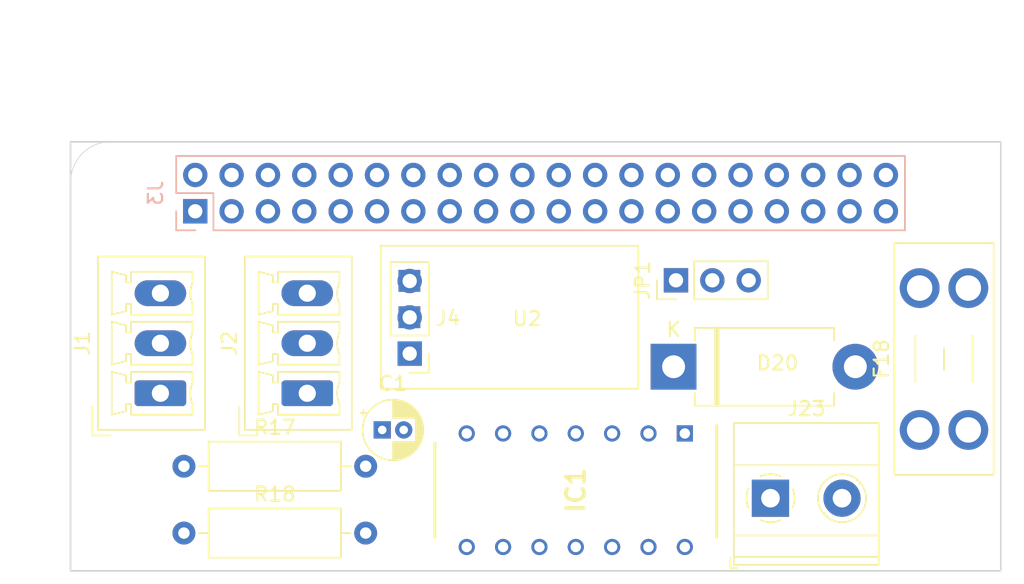
<source format=kicad_pcb>
(kicad_pcb (version 20211014) (generator pcbnew)
  (layers (0 "F.Cu" signal) (31 "B.Cu" signal) (34 "B.Paste" user) (35 "F.Paste" user) (36 "B.SilkS" user "B.Silkscreen") (37 "F.SilkS" user "F.Silkscreen") (38 "B.Mask" user) (39 "F.Mask" user) (44 "Edge.Cuts" user))
  (net 0 "")
  (net 7 "DATA2")
  (net 8 "DATA1")
  (net 17 "GND")
  (net 18 "VIN1")
  (net 20 "+5V")
  (net 23 "+3V3")
  (net 28 "V1")
  (net 30 "Net-(J1-Pad2)")
  (net 31 "Net-(J2-Pad2)")
  (net 36 "Net-(IC1-Pad3)")
  (net 40 "V5")
  (net 42 "Net-(IC1-Pad6)")
  (net 46 "V12")
  (footprint "SamacSys_Parts:DIP794W53P254L1930H508Q14N" (layer "F.Cu") (at 185.9012 45.8216 -90)
    (fp_text reference "IC1" (at 0 0 -90) (layer "F.SilkS") (effects (font (size 1.27 1.27) (thickness 0.254))))
    (fp_text value "SN74HC126N" hide)
    (fp_line (start -3.3 9.845) (end 3.3 9.845) (layer "F.SilkS") (width 0.2))
    (fp_line (start -4.535 -9.845) (end 3.3 -9.845) (layer "F.SilkS") (width 0.2))
    (pad "1" thru_hole rect locked (at -3.97 -7.62 270) (size 1.13 1.13) (drill 0.73) (layers *.Cu *.Mask) (net 17 "GND"))
    (pad "2" thru_hole circle locked (at -3.97 -5.08 270) (size 1.13 1.13) (drill 0.73) (layers *.Cu *.Mask) (net 8 "DATA1"))
    (pad "3" thru_hole circle locked (at -3.97 -2.54 270) (size 1.13 1.13) (drill 0.73) (layers *.Cu *.Mask) (net 36 "Net-(IC1-Pad3)"))
    (pad "4" thru_hole circle locked (at -3.97 0 270) (size 1.13 1.13) (drill 0.73) (layers *.Cu *.Mask) (net 17 "GND"))
    (pad "5" thru_hole circle locked (at -3.97 2.54 270) (size 1.13 1.13) (drill 0.73) (layers *.Cu *.Mask) (net 7 "DATA2"))
    (pad "6" thru_hole circle locked (at -3.97 5.08 270) (size 1.13 1.13) (drill 0.73) (layers *.Cu *.Mask) (net 42 "Net-(IC1-Pad6)"))
    (pad "7" thru_hole circle locked (at -3.97 7.62 270) (size 1.13 1.13) (drill 0.73) (layers *.Cu *.Mask) (net 17 "GND"))
    (pad "8" thru_hole circle locked (at 3.97 7.62 270) (size 1.13 1.13) (drill 0.73) (layers *.Cu *.Mask))
    (pad "9" thru_hole circle locked (at 3.97 5.08 270) (size 1.13 1.13) (drill 0.73) (layers *.Cu *.Mask))
    (pad "10" thru_hole circle locked (at 3.97 2.54 270) (size 1.13 1.13) (drill 0.73) (layers *.Cu *.Mask) (net 17 "GND"))
    (pad "11" thru_hole circle locked (at 3.97 0 270) (size 1.13 1.13) (drill 0.73) (layers *.Cu *.Mask))
    (pad "12" thru_hole circle locked (at 3.97 -2.54 270) (size 1.13 1.13) (drill 0.73) (layers *.Cu *.Mask))
    (pad "13" thru_hole circle locked (at 3.97 -5.08 270) (size 1.13 1.13) (drill 0.73) (layers *.Cu *.Mask) (net 17 "GND"))
    (pad "14" thru_hole circle locked (at 3.97 -7.62 270) (size 1.13 1.13) (drill 0.73) (layers *.Cu *.Mask) (net 20 "+5V"))
  )
  (footprint "Diode_THT:D_DO-201AD_P12.70mm_Horizontal" (layer "F.Cu") (at 192.7352 37.1856)
    (fp_text reference "D20" (at 7.2644 -0.254) (layer "F.SilkS"))
    (fp_text value "SB5100")
    (fp_text user "K" (at 0 -2.6) (layer "F.SilkS"))
    (fp_line (start 1.48 -2.72) (end 11.22 -2.72) (layer "F.SilkS") (width 0.12))
    (fp_line (start 1.48 2.72) (end 11.22 2.72) (layer "F.SilkS") (width 0.12))
    (fp_line (start 11.22 -2.72) (end 11.22 -1.84) (layer "F.SilkS") (width 0.12))
    (fp_line (start 3.145 -2.72) (end 3.145 2.72) (layer "F.SilkS") (width 0.12))
    (fp_line (start 11.22 2.72) (end 11.22 1.84) (layer "F.SilkS") (width 0.12))
    (fp_line (start 1.48 1.84) (end 1.48 2.72) (layer "F.SilkS") (width 0.12))
    (fp_line (start 3.025 -2.72) (end 3.025 2.72) (layer "F.SilkS") (width 0.12))
    (fp_line (start 1.48 -1.84) (end 1.48 -2.72) (layer "F.SilkS") (width 0.12))
    (fp_line (start 2.905 -2.72) (end 2.905 2.72) (layer "F.SilkS") (width 0.12))
    (pad "1" thru_hole rect locked (at 0 0) (size 3.2 3.2) (drill 1.6) (layers *.Cu *.Mask) (net 18 "VIN1"))
    (pad "2" thru_hole oval locked (at 12.7 0) (size 3.2 3.2) (drill 1.6) (layers *.Cu *.Mask) (net 17 "GND"))
  )
  (footprint "Connector_Phoenix_MC:PhoenixContact_MCV_1,5_3-G-3.5_1x03_P3.50mm_Vertical" (layer "F.Cu") (at 156.8765 39.0425 90)
    (fp_text reference "J1" (at 3.5 -5.45 90) (layer "F.SilkS"))
    (fp_text value "G D V")
    (fp_line (start 4.25 -2.4) (end 4.25 -2.05) (layer "F.SilkS") (width 0.12))
    (fp_line (start -2.95 -4.75) (end -0.95 -4.75) (layer "F.SilkS") (width 0.12))
    (fp_line (start 8.5 -2.05) (end 8.5 2.25) (layer "F.SilkS") (width 0.12))
    (fp_line (start 5.5 2.25) (end 5.5 -2.05) (layer "F.SilkS") (width 0.12))
    (fp_line (start 4.75 -2.4) (end 4.25 -2.4) (layer "F.SilkS") (width 0.12))
    (fp_line (start -1.5 -2.05) (end -0.75 -2.05) (layer "F.SilkS") (width 0.12))
    (fp_line (start 6.25 -2.4) (end 5.75 -2.4) (layer "F.SilkS") (width 0.12))
    (fp_line (start 1.5 2.25) (end 0.75 2.25) (layer "F.SilkS") (width 0.12))
    (fp_line (start -1.5 -3.4) (end 1.5 -3.4) (layer "F.SilkS") (width 0.12))
    (fp_line (start 5 -2.05) (end 5 2.25) (layer "F.SilkS") (width 0.12))
    (fp_line (start -1.25 -2.4) (end -1.5 -3.4) (layer "F.SilkS") (width 0.12))
    (fp_line (start -2.56 -4.36) (end -2.56 3.11) (layer "F.SilkS") (width 0.12))
    (fp_line (start -1.5 2.25) (end -1.5 -2.05) (layer "F.SilkS") (width 0.12))
    (fp_line (start 9.56 3.11) (end 9.56 -4.36) (layer "F.SilkS") (width 0.12))
    (fp_line (start -0.75 2.25) (end -1.5 2.25) (layer "F.SilkS") (width 0.12))
    (fp_line (start 8.5 -3.4) (end 8.25 -2.4) (layer "F.SilkS") (width 0.12))
    (fp_line (start 2 -2.05) (end 2.75 -2.05) (layer "F.SilkS") (width 0.12))
    (fp_line (start 8.25 -2.4) (end 7.75 -2.4) (layer "F.SilkS") (width 0.12))
    (fp_line (start 1.25 -2.4) (end 0.75 -2.4) (layer "F.SilkS") (width 0.12))
    (fp_line (start 5.75 -2.4) (end 5.5 -3.4) (layer "F.SilkS") (width 0.12))
    (fp_line (start 2.75 -2.4) (end 2.25 -2.4) (layer "F.SilkS") (width 0.12))
    (fp_line (start 6.25 2.25) (end 5.5 2.25) (layer "F.SilkS") (width 0.12))
    (fp_line (start 5.5 -2.05) (end 6.25 -2.05) (layer "F.SilkS") (width 0.12))
    (fp_line (start 2 2.25) (end 2 -2.05) (layer "F.SilkS") (width 0.12))
    (fp_line (start 2.75 2.25) (end 2 2.25) (layer "F.SilkS") (width 0.12))
    (fp_line (start 1.5 -2.05) (end 1.5 2.25) (layer "F.SilkS") (width 0.12))
    (fp_line (start 5 2.25) (end 4.25 2.25) (layer "F.SilkS") (width 0.12))
    (fp_line (start -2.56 3.11) (end 9.56 3.11) (layer "F.SilkS") (width 0.12))
    (fp_line (start 8.5 2.25) (end 7.75 2.25) (layer "F.SilkS") (width 0.12))
    (fp_line (start 2.75 -2.05) (end 2.75 -2.4) (layer "F.SilkS") (width 0.12))
    (fp_line (start -0.75 -2.4) (end -1.25 -2.4) (layer "F.SilkS") (width 0.12))
    (fp_line (start 6.25 -2.05) (end 6.25 -2.4) (layer "F.SilkS") (width 0.12))
    (fp_line (start 2 -3.4) (end 5 -3.4) (layer "F.SilkS") (width 0.12))
    (fp_line (start -0.75 -2.05) (end -0.75 -2.4) (layer "F.SilkS") (width 0.12))
    (fp_line (start 5.5 -3.4) (end 8.5 -3.4) (layer "F.SilkS") (width 0.12))
    (fp_line (start 4.25 -2.05) (end 5 -2.05) (layer "F.SilkS") (width 0.12))
    (fp_line (start 7.75 -2.4) (end 7.75 -2.05) (layer "F.SilkS") (width 0.12))
    (fp_line (start -2.95 -3.5) (end -2.95 -4.75) (layer "F.SilkS") (width 0.12))
    (fp_line (start 7.75 -2.05) (end 8.5 -2.05) (layer "F.SilkS") (width 0.12))
    (fp_line (start 5 -3.4) (end 4.75 -2.4) (layer "F.SilkS") (width 0.12))
    (fp_line (start 2.25 -2.4) (end 2 -3.4) (layer "F.SilkS") (width 0.12))
    (fp_line (start 9.56 -4.36) (end -2.56 -4.36) (layer "F.SilkS") (width 0.12))
    (fp_line (start 1.5 -3.4) (end 1.25 -2.4) (layer "F.SilkS") (width 0.12))
    (fp_line (start 0.75 -2.05) (end 1.5 -2.05) (layer "F.SilkS") (width 0.12))
    (fp_line (start 0.75 -2.4) (end 0.75 -2.05) (layer "F.SilkS") (width 0.12))
    (fp_arc (start -0.75 2.25) (mid -0.000193 2.09191) (end 0.749647 2.249844) (layer "F.SilkS") (width 0.12))
    (fp_arc (start 2.75 2.25) (mid 3.499807 2.09191) (end 4.249647 2.249844) (layer "F.SilkS") (width 0.12))
    (fp_arc (start 6.25 2.25) (mid 6.999807 2.09191) (end 7.749647 2.249844) (layer "F.SilkS") (width 0.12))
    (pad "1" thru_hole roundrect (at 0 0 90) (size 1.8 3.6) (drill 1.2) (layers *.Cu *.Mask) (roundrect_rratio 0.1388888889) (net 17 "GND"))
    (pad "2" thru_hole oval (at 3.5 0 90) (size 1.8 3.6) (drill 1.2) (layers *.Cu *.Mask) (net 30 "Net-(J1-Pad2)"))
    (pad "3" thru_hole oval (at 7 0 90) (size 1.8 3.6) (drill 1.2) (layers *.Cu *.Mask) (net 18 "VIN1"))
  )
  (footprint "TerminalBlock_Phoenix:TerminalBlock_Phoenix_MKDS-1,5-2_1x02_P5.00mm_Horizontal" (layer "F.Cu") (at 199.5048 46.3806)
    (fp_text reference "J23" (at 2.5 -6.26) (layer "F.SilkS"))
    (fp_text value "DC In")
    (fp_line (start -2.56 -2.301) (end 7.56 -2.301) (layer "F.SilkS") (width 0.12))
    (fp_line (start -2.8 4.16) (end -2.8 4.9) (layer "F.SilkS") (width 0.12))
    (fp_line (start -2.56 2.6) (end 7.56 2.6) (layer "F.SilkS") (width 0.12))
    (fp_line (start -2.56 -5.261) (end -2.56 4.66) (layer "F.SilkS") (width 0.12))
    (fp_line (start -2.56 -5.261) (end 7.56 -5.261) (layer "F.SilkS") (width 0.12))
    (fp_line (start 3.966 1.239) (end 3.931 1.274) (layer "F.SilkS") (width 0.12))
    (fp_line (start 3.773 1.023) (end 3.726 1.069) (layer "F.SilkS") (width 0.12))
    (fp_line (start -2.56 4.1) (end 7.56 4.1) (layer "F.SilkS") (width 0.12))
    (fp_line (start 6.275 -1.069) (end 6.228 -1.023) (layer "F.SilkS") (width 0.12))
    (fp_line (start -2.56 4.66) (end 7.56 4.66) (layer "F.SilkS") (width 0.12))
    (fp_line (start 6.07 -1.275) (end 6.035 -1.239) (layer "F.SilkS") (width 0.12))
    (fp_line (start 7.56 -5.261) (end 7.56 4.66) (layer "F.SilkS") (width 0.12))
    (fp_line (start -2.8 4.9) (end -2.3 4.9) (layer "F.SilkS") (width 0.12))
    (fp_arc (start 0.028805 1.680253) (mid -0.335551 1.646659) (end -0.684 1.535) (layer "F.SilkS") (width 0.12))
    (fp_arc (start -1.535427 0.683042) (mid -1.680501 -0.000524) (end -1.535 -0.684) (layer "F.SilkS") (width 0.12))
    (fp_arc (start 0.683318 1.534756) (mid 0.349292 1.643288) (end 0 1.68) (layer "F.SilkS") (width 0.12))
    (fp_arc (start -0.683042 -1.535427) (mid 0.000524 -1.680501) (end 0.684 -1.535) (layer "F.SilkS") (width 0.12))
    (fp_arc (start 1.535427 -0.683042) (mid 1.680501 0.000524) (end 1.535 0.684) (layer "F.SilkS") (width 0.12))
    (fp_circle (center 5 0) (end 6.68 0) (layer "F.SilkS") (width 0.12) (fill none))
    (pad "1" thru_hole rect (at 0 0) (size 2.6 2.6) (drill 1.3) (layers *.Cu *.Mask) (net 17 "GND"))
    (pad "2" thru_hole circle (at 5 0) (size 2.6 2.6) (drill 1.3) (layers *.Cu *.Mask) (net 28 "V1"))
  )
  (footprint "Connector_Phoenix_MC:PhoenixContact_MCV_1,5_3-G-3.5_1x03_P3.50mm_Vertical" (layer "F.Cu") (at 167.1381 39.0425 90)
    (fp_text reference "J2" (at 3.5 -5.45 90) (layer "F.SilkS"))
    (fp_text value "G D V")
    (fp_line (start 5.5 -3.4) (end 8.5 -3.4) (layer "F.SilkS") (width 0.12))
    (fp_line (start 0.75 -2.4) (end 0.75 -2.05) (layer "F.SilkS") (width 0.12))
    (fp_line (start 2.75 2.25) (end 2 2.25) (layer "F.SilkS") (width 0.12))
    (fp_line (start 8.5 -2.05) (end 8.5 2.25) (layer "F.SilkS") (width 0.12))
    (fp_line (start 1.5 2.25) (end 0.75 2.25) (layer "F.SilkS") (width 0.12))
    (fp_line (start 4.75 -2.4) (end 4.25 -2.4) (layer "F.SilkS") (width 0.12))
    (fp_line (start -1.5 2.25) (end -1.5 -2.05) (layer "F.SilkS") (width 0.12))
    (fp_line (start 2 -3.4) (end 5 -3.4) (layer "F.SilkS") (width 0.12))
    (fp_line (start 6.25 -2.4) (end 5.75 -2.4) (layer "F.SilkS") (width 0.12))
    (fp_line (start 1.25 -2.4) (end 0.75 -2.4) (layer "F.SilkS") (width 0.12))
    (fp_line (start -2.95 -3.5) (end -2.95 -4.75) (layer "F.SilkS") (width 0.12))
    (fp_line (start 2.75 -2.4) (end 2.25 -2.4) (layer "F.SilkS") (width 0.12))
    (fp_line (start 5.5 -2.05) (end 6.25 -2.05) (layer "F.SilkS") (width 0.12))
    (fp_line (start 5.5 2.25) (end 5.5 -2.05) (layer "F.SilkS") (width 0.12))
    (fp_line (start 8.5 -3.4) (end 8.25 -2.4) (layer "F.SilkS") (width 0.12))
    (fp_line (start 5 2.25) (end 4.25 2.25) (layer "F.SilkS") (width 0.12))
    (fp_line (start 2 -2.05) (end 2.75 -2.05) (layer "F.SilkS") (width 0.12))
    (fp_line (start -2.56 3.11) (end 9.56 3.11) (layer "F.SilkS") (width 0.12))
    (fp_line (start 2.75 -2.05) (end 2.75 -2.4) (layer "F.SilkS") (width 0.12))
    (fp_line (start -2.56 -4.36) (end -2.56 3.11) (layer "F.SilkS") (width 0.12))
    (fp_line (start 0.75 -2.05) (end 1.5 -2.05) (layer "F.SilkS") (width 0.12))
    (fp_line (start 5 -3.4) (end 4.75 -2.4) (layer "F.SilkS") (width 0.12))
    (fp_line (start 8.25 -2.4) (end 7.75 -2.4) (layer "F.SilkS") (width 0.12))
    (fp_line (start 4.25 -2.05) (end 5 -2.05) (layer "F.SilkS") (width 0.12))
    (fp_line (start -2.95 -4.75) (end -0.95 -4.75) (layer "F.SilkS") (width 0.12))
    (fp_line (start 1.5 -2.05) (end 1.5 2.25) (layer "F.SilkS") (width 0.12))
    (fp_line (start 5.75 -2.4) (end 5.5 -3.4) (layer "F.SilkS") (width 0.12))
    (fp_line (start -0.75 -2.05) (end -0.75 -2.4) (layer "F.SilkS") (width 0.12))
    (fp_line (start 9.56 -4.36) (end -2.56 -4.36) (layer "F.SilkS") (width 0.12))
    (fp_line (start -0.75 2.25) (end -1.5 2.25) (layer "F.SilkS") (width 0.12))
    (fp_line (start -0.75 -2.4) (end -1.25 -2.4) (layer "F.SilkS") (width 0.12))
    (fp_line (start 8.5 2.25) (end 7.75 2.25) (layer "F.SilkS") (width 0.12))
    (fp_line (start 6.25 -2.05) (end 6.25 -2.4) (layer "F.SilkS") (width 0.12))
    (fp_line (start 1.5 -3.4) (end 1.25 -2.4) (layer "F.SilkS") (width 0.12))
    (fp_line (start 5 -2.05) (end 5 2.25) (layer "F.SilkS") (width 0.12))
    (fp_line (start 9.56 3.11) (end 9.56 -4.36) (layer "F.SilkS") (width 0.12))
    (fp_line (start 6.25 2.25) (end 5.5 2.25) (layer "F.SilkS") (width 0.12))
    (fp_line (start 2 2.25) (end 2 -2.05) (layer "F.SilkS") (width 0.12))
    (fp_line (start -1.5 -2.05) (end -0.75 -2.05) (layer "F.SilkS") (width 0.12))
    (fp_line (start 2.25 -2.4) (end 2 -3.4) (layer "F.SilkS") (width 0.12))
    (fp_line (start 4.25 -2.4) (end 4.25 -2.05) (layer "F.SilkS") (width 0.12))
    (fp_line (start -1.5 -3.4) (end 1.5 -3.4) (layer "F.SilkS") (width 0.12))
    (fp_line (start 7.75 -2.4) (end 7.75 -2.05) (layer "F.SilkS") (width 0.12))
    (fp_line (start -1.25 -2.4) (end -1.5 -3.4) (layer "F.SilkS") (width 0.12))
    (fp_line (start 7.75 -2.05) (end 8.5 -2.05) (layer "F.SilkS") (width 0.12))
    (fp_arc (start 6.25 2.25) (mid 6.999807 2.09191) (end 7.749647 2.249844) (layer "F.SilkS") (width 0.12))
    (fp_arc (start -0.75 2.25) (mid -0.000193 2.09191) (end 0.749647 2.249844) (layer "F.SilkS") (width 0.12))
    (fp_arc (start 2.75 2.25) (mid 3.499807 2.09191) (end 4.249647 2.249844) (layer "F.SilkS") (width 0.12))
    (pad "1" thru_hole roundrect (at 0 0 90) (size 1.8 3.6) (drill 1.2) (layers *.Cu *.Mask) (roundrect_rratio 0.1388888889) (net 17 "GND"))
    (pad "2" thru_hole oval (at 3.5 0 90) (size 1.8 3.6) (drill 1.2) (layers *.Cu *.Mask) (net 31 "Net-(J2-Pad2)"))
    (pad "3" thru_hole oval (at 7 0 90) (size 1.8 3.6) (drill 1.2) (layers *.Cu *.Mask) (net 18 "VIN1"))
  )
  (footprint "Connector_PinHeader_2.54mm:PinHeader_1x03_P2.54mm_Vertical" (layer "F.Cu") (at 192.9026 31.1404 90)
    (fp_text reference "JP1" (at 0 -2.33 90) (layer "F.SilkS"))
    (fp_text value "5V / 12V")
    (fp_line (start -1.33 -1.33) (end 0 -1.33) (layer "F.SilkS") (width 0.12))
    (fp_line (start -1.33 1.27) (end -1.33 6.41) (layer "F.SilkS") (width 0.12))
    (fp_line (start 1.33 1.27) (end 1.33 6.41) (layer "F.SilkS") (width 0.12))
    (fp_line (start -1.33 1.27) (end 1.33 1.27) (layer "F.SilkS") (width 0.12))
    (fp_line (start -1.33 0) (end -1.33 -1.33) (layer "F.SilkS") (width 0.12))
    (fp_line (start -1.33 6.41) (end 1.33 6.41) (layer "F.SilkS") (width 0.12))
    (pad "1" thru_hole rect (at 0 0 90) (size 1.7 1.7) (drill 1) (layers *.Cu *.Mask) (net 40 "V5"))
    (pad "2" thru_hole oval (at 0 2.54 90) (size 1.7 1.7) (drill 1) (layers *.Cu *.Mask) (net 18 "VIN1"))
    (pad "3" thru_hole oval (at 0 5.08 90) (size 1.7 1.7) (drill 1) (layers *.Cu *.Mask) (net 46 "V12"))
  )
  (footprint "MountingHole:MountingHole_2.5mm" (layer "F.Cu") (at 212.0952 47.9604)
    (fp_text reference "H4" hide)
    (fp_text value "MountingHole")
    (pad "" np_thru_hole circle (at 0 0) (size 2.5 2.5) (drill 2.5) (layers *.Cu *.Mask))
  )
  (footprint "MountingHole:MountingHole_2.5mm" (layer "F.Cu") (at 212.0952 24.9604)
    (fp_text reference "H2" hide)
    (fp_text value "MountingHole")
    (pad "" np_thru_hole circle (at 0 0) (size 2.5 2.5) (drill 2.5) (layers *.Cu *.Mask))
  )
  (footprint "MountingHole:MountingHole_2.5mm" (layer "F.Cu") (at 154.0952 24.9604)
    (fp_text reference "H1" hide)
    (fp_text value "MountingHole")
    (pad "" np_thru_hole circle (at 0 0) (size 2.5 2.5) (drill 2.5) (layers *.Cu *.Mask))
  )
  (footprint "Resistor_THT:R_Axial_DIN0309_L9.0mm_D3.2mm_P12.70mm_Horizontal" (layer "F.Cu") (at 158.52 48.8188)
    (fp_text reference "R18" (at 6.35 -2.72) (layer "F.SilkS"))
    (fp_text value "33")
    (fp_line (start 1.73 -1.72) (end 1.73 1.72) (layer "F.SilkS") (width 0.12))
    (fp_line (start 1.73 1.72) (end 10.97 1.72) (layer "F.SilkS") (width 0.12))
    (fp_line (start 10.97 1.72) (end 10.97 -1.72) (layer "F.SilkS") (width 0.12))
    (fp_line (start 11.66 0) (end 10.97 0) (layer "F.SilkS") (width 0.12))
    (fp_line (start 10.97 -1.72) (end 1.73 -1.72) (layer "F.SilkS") (width 0.12))
    (fp_line (start 1.04 0) (end 1.73 0) (layer "F.SilkS") (width 0.12))
    (pad "1" thru_hole circle (at 0 0) (size 1.6 1.6) (drill 0.8) (layers *.Cu *.Mask) (net 30 "Net-(J1-Pad2)"))
    (pad "2" thru_hole oval (at 12.7 0) (size 1.6 1.6) (drill 0.8) (layers *.Cu *.Mask) (net 36 "Net-(IC1-Pad3)"))
  )
  (footprint "Fuse:Fuseholder_Blade_Mini_Keystone_3568" (layer "F.Cu") (at 209.9296 41.6052 90)
    (fp_text reference "F18" (at 4.96 -2.67 90) (layer "F.SilkS"))
    (fp_text value "30A Max")
    (fp_line (start 13.06 5.17) (end 13.06 -1.77) (layer "F.SilkS") (width 0.12))
    (fp_line (start -3.14 -1.77) (end -3.14 5.17) (layer "F.SilkS") (width 0.12))
    (fp_line (start 13.06 -1.77) (end -3.14 -1.77) (layer "F.SilkS") (width 0.12))
    (fp_line (start 4.21 1.7) (end 5.71 1.7) (layer "F.SilkS") (width 0.12))
    (fp_line (start 6.56 3.7) (end 3.36 3.7) (layer "F.SilkS") (width 0.12))
    (fp_line (start 3.36 -0.3) (end 6.56 -0.3) (layer "F.SilkS") (width 0.12))
    (fp_line (start -3.14 5.17) (end 13.06 5.17) (layer "F.SilkS") (width 0.12))
    (pad "1" thru_hole circle (at 0 3.4 90) (size 2.78 2.78) (drill 1.78) (layers *.Cu *.Mask) (net 28 "V1"))
    (pad "1" thru_hole circle (at 0 0 90) (size 2.78 2.78) (drill 1.78) (layers *.Cu *.Mask) (net 28 "V1"))
    (pad "2" thru_hole circle (at 9.92 0 90) (size 2.78 2.78) (drill 1.78) (layers *.Cu *.Mask) (net 18 "VIN1"))
    (pad "2" thru_hole circle (at 9.92 3.4 90) (size 2.78 2.78) (drill 1.78) (layers *.Cu *.Mask) (net 18 "VIN1"))
  )
  (footprint "Stuart_BESPOKE:DC DC BUCK MODULE" (layer "F.Cu") (at 172.2718 28.7246)
    (fp_text reference "U2" (at 10.2296 5.1016 unlocked) (layer "F.SilkS"))
    (fp_text value "DC DC_BUCK Module")
    (fp_rect (start 0 0) (end 18 10) (layer "F.SilkS") (width 0.12) (fill none))
    (pad "1" thru_hole rect (at 2 2.46) (size 1.524 1.524) (drill 0.762) (layers *.Cu *.Mask))
    (pad "2" thru_hole rect (at 2 5) (size 1.524 1.524) (drill 0.762) (layers *.Cu *.Mask))
    (pad "3" thru_hole rect (at 2 7.54) (size 1.524 1.524) (drill 0.762) (layers *.Cu *.Mask))
  )
  (footprint "Capacitor_THT:CP_Radial_D4.0mm_P1.50mm" (layer "F.Cu") (at 172.377001 41.6052)
    (fp_text reference "C1" (at 0.75 -3.25) (layer "F.SilkS"))
    (fp_text value "0.1uF")
    (fp_line (start 1.03 -2.062) (end 1.03 -0.84) (layer "F.SilkS") (width 0.12))
    (fp_line (start 1.471 -1.954) (end 1.471 -0.84) (layer "F.SilkS") (width 0.12))
    (fp_line (start 0.83 -2.079) (end 0.83 -0.84) (layer "F.SilkS") (width 0.12))
    (fp_line (start 1.35 -1.994) (end 1.35 -0.84) (layer "F.SilkS") (width 0.12))
    (fp_line (start 0.87 0.84) (end 0.87 2.077) (layer "F.SilkS") (width 0.12))
    (fp_line (start 0.87 -2.077) (end 0.87 -0.84) (layer "F.SilkS") (width 0.12))
    (fp_line (start 2.271 -1.438) (end 2.271 -0.84) (layer "F.SilkS") (width 0.12))
    (fp_line (start 2.031 0.84) (end 2.031 1.65) (layer "F.SilkS") (width 0.12))
    (fp_line (start 2.591 -1.013) (end 2.591 1.013) (layer "F.SilkS") (width 0.12))
    (fp_line (start 2.791 -0.537) (end 2.791 0.537) (layer "F.SilkS") (width 0.12))
    (fp_line (start 1.31 0.84) (end 1.31 2.005) (layer "F.SilkS") (width 0.12))
    (fp_line (start 1.07 0.84) (end 1.07 2.056) (layer "F.SilkS") (width 0.12))
    (fp_line (start 1.07 -2.056) (end 1.07 -0.84) (layer "F.SilkS") (width 0.12))
    (fp_line (start 1.27 0.84) (end 1.27 2.016) (layer "F.SilkS") (width 0.12))
    (fp_line (start 0.75 -2.08) (end 0.75 -0.84) (layer "F.SilkS") (width 0.12))
    (fp_line (start 1.631 0.84) (end 1.631 1.889) (layer "F.SilkS") (width 0.12))
    (fp_line (start 1.511 0.84) (end 1.511 1.94) (layer "F.SilkS") (width 0.12))
    (fp_line (start 2.711 -0.768) (end 2.711 0.768) (layer "F.SilkS") (width 0.12))
    (fp_line (start 0.99 -2.067) (end 0.99 -0.84) (layer "F.SilkS") (width 0.12))
    (fp_line (start 2.391 -1.304) (end 2.391 1.304) (layer "F.SilkS") (width 0.12))
    (fp_line (start 1.19 -2.034) (end 1.19 -0.84) (layer "F.SilkS") (width 0.12))
    (fp_line (start 1.951 0.84) (end 1.951 1.708) (layer "F.SilkS") (width 0.12))
    (fp_line (start 2.551 -1.08) (end 2.551 1.08) (layer "F.SilkS") (width 0.12))
    (fp_line (start 1.711 -1.851) (end 1.711 -0.84) (layer "F.SilkS") (width 0.12))
    (fp_line (start 1.871 -1.76) (end 1.871 -0.84) (layer "F.SilkS") (width 0.12))
    (fp_line (start 1.831 0.84) (end 1.831 1.785) (layer "F.SilkS") (width 0.12))
    (fp_line (start 2.231 0.84) (end 2.231 1.478) (layer "F.SilkS") (width 0.12))
    (fp_line (start 1.591 -1.907) (end 1.591 -0.84) (layer "F.SilkS") (width 0.12))
    (fp_line (start 1.911 0.84) (end 1.911 1.735) (layer "F.SilkS") (width 0.12))
    (fp_line (start 1.511 -1.94) (end 1.511 -0.84) (layer "F.SilkS") (width 0.12))
    (fp_line (start 0.79 0.84) (end 0.79 2.08) (layer "F.SilkS") (width 0.12))
    (fp_line (start 2.111 -1.587) (end 2.111 -0.84) (layer "F.SilkS") (width 0.12))
    (fp_line (start 0.91 -2.074) (end 0.91 -0.84) (layer "F.SilkS") (width 0.12))
    (fp_line (start 2.151 -1.552) (end 2.151 -0.84) (layer "F.SilkS") (width 0.12))
    (fp_line (start 1.15 0.84) (end 1.15 2.042) (layer "F.SilkS") (width 0.12))
    (fp_line (start 1.35 0.84) (end 1.35 1.994) (layer "F.SilkS") (width 0.12))
    (fp_line (start 0.83 0.84) (end 0.83 2.079) (layer "F.SilkS") (width 0.12))
    (fp_line (start 2.191 -1.516) (end 2.191 -0.84) (layer "F.SilkS") (width 0.12))
    (fp_line (start 1.951 -1.708) (end 1.951 -0.84) (layer "F.SilkS") (width 0.12))
    (fp_line (start 1.991 0.84) (end 1.991 1.68) (layer "F.SilkS") (width 0.12))
    (fp_line (start 0.91 0.84) (end 0.91 2.074) (layer "F.SilkS") (width 0.12))
    (fp_line (start 1.831 -1.785) (end 1.831 -0.84) (layer "F.SilkS") (width 0.12))
    (fp_line (start 1.03 0.84) (end 1.03 2.062) (layer "F.SilkS") (width 0.12))
    (fp_line (start 2.311 -1.396) (end 2.311 -0.84) (layer "F.SilkS") (width 0.12))
    (fp_line (start 1.23 -2.025) (end 1.23 -0.84) (layer "F.SilkS") (width 0.12))
    (fp_line (start 1.551 -1.924) (end 1.551 -0.84) (layer "F.SilkS") (width 0.12))
    (fp_line (start 1.43 0.84) (end 1.43 1.968) (layer "F.SilkS") (width 0.12))
    (fp_line (start 1.43 -1.968) (end 1.43 -0.84) (layer "F.SilkS") (width 0.12))
    (fp_line (start 2.271 0.84) (end 2.271 1.438) (layer "F.SilkS") (width 0.12))
    (fp_line (start 1.11 -2.05) (end 1.11 -0.84) (layer "F.SilkS") (width 0.12))
    (fp_line (start 1.871 0.84) (end 1.871 1.76) (layer "F.SilkS") (width 0.12))
    (fp_line (start 1.23 0.84) (end 1.23 2.025) (layer "F.SilkS") (width 0.12))
    (fp_line (start 0.95 -2.071) (end 0.95 -0.84) (layer "F.SilkS") (width 0.12))
    (fp_line (start 2.071 0.84) (end 2.071 1.619) (layer "F.SilkS") (width 0.12))
    (fp_line (start 1.15 -2.042) (end 1.15 -0.84) (layer "F.SilkS") (width 0.12))
    (fp_line (start 1.39 0.84) (end 1.39 1.982) (layer "F.SilkS") (width 0.12))
    (fp_line (start 2.071 -1.619) (end 2.071 -0.84) (layer "F.SilkS") (width 0.12))
    (fp_line (start 2.471 -1.2) (end 2.471 1.2) (layer "F.SilkS") (width 0.12))
    (fp_line (start 1.39 -1.982) (end 1.39 -0.84) (layer "F.SilkS") (width 0.12))
    (fp_line (start 1.631 -1.889) (end 1.631 -0.84) (layer "F.SilkS") (width 0.12))
    (fp_line (start -1.519801 -1.195) (end -1.119801 -1.195) (layer "F.SilkS") (width 0.12))
    (fp_line (start 1.991 -1.68) (end 1.991 -0.84) (layer "F.SilkS") (width 0.12))
    (fp_line (start 2.431 -1.254) (end 2.431 1.254) (layer "F.SilkS") (width 0.12))
    (fp_line (start 2.831 -0.37) (end 2.831 0.37) (layer "F.SilkS") (width 0.12))
    (fp_line (start 1.671 0.84) (end 1.671 1.87) (layer "F.SilkS") (width 0.12))
    (fp_line (start 1.471 0.84) (end 1.471 1.954) (layer "F.SilkS") (width 0.12))
    (fp_line (start 2.231 -1.478) (end 2.231 -0.84) (layer "F.SilkS") (width 0.12))
    (fp_line (start 1.751 0.84) (end 1.751 1.83) (layer "F.SilkS") (width 0.12))
    (fp_line (start 1.911 -1.735) (end 1.911 -0.84) (layer "F.SilkS") (width 0.12))
    (fp_line (start 0.99 0.84) (end 0.99 2.067) (layer "F.SilkS") (width 0.12))
    (fp_line (start 1.791 -1.808) (end 1.791 -0.84) (layer "F.SilkS") (width 0.12))
    (fp_line (start 2.151 0.84) (end 2.151 1.552) (layer "F.SilkS") (width 0.12))
    (fp_line (start 2.031 -1.65) (end 2.031 -0.84) (layer "F.SilkS") (width 0.12))
    (fp_line (start -1.319801 -1.395) (end -1.319801 -0.995) (layer "F.SilkS") (width 0.12))
    (fp_line (start 2.311 0.84) (end 2.311 1.396) (layer "F.SilkS") (width 0.12))
    (fp_line (start 1.671 -1.87) (end 1.671 -0.84) (layer "F.SilkS") (width 0.12))
    (fp_line (start 1.711 0.84) (end 1.711 1.851) (layer "F.SilkS") (width 0.12))
    (fp_line (start 1.27 -2.016) (end 1.27 -0.84) (layer "F.SilkS") (width 0.12))
    (fp_line (start 1.791 0.84) (end 1.791 1.808) (layer "F.SilkS") (width 0.12))
    (fp_line (start 2.111 0.84) (end 2.111 1.587) (layer "F.SilkS") (width 0.12))
    (fp_line (start 1.591 0.84) (end 1.591 1.907) (layer "F.SilkS") (width 0.12))
    (fp_line (start 0.79 -2.08) (end 0.79 -0.84) (layer "F.SilkS") (width 0.12))
    (fp_line (start 1.31 -2.005) (end 1.31 -0.84) (layer "F.SilkS") (width 0.12))
    (fp_line (start 0.95 0.84) (end 0.95 2.071) (layer "F.SilkS") (width 0.12))
    (fp_line (start 1.751 -1.83) (end 1.751 -0.84) (layer "F.SilkS") (width 0.12))
    (fp_line (start 2.351 -1.351) (end 2.351 1.351) (layer "F.SilkS") (width 0.12))
    (fp_line (start 2.511 -1.142) (end 2.511 1.142) (layer "F.SilkS") (width 0.12))
    (fp_line (start 2.631 -0.94) (end 2.631 0.94) (layer "F.SilkS") (width 0.12))
    (fp_line (start 1.19 0.84) (end 1.19 2.034) (layer "F.SilkS") (width 0.12))
    (fp_line (start 2.671 -0.859) (end 2.671 0.859) (layer "F.SilkS") (width 0.12))
    (fp_line (start 1.551 0.84) (end 1.551 1.924) (layer "F.SilkS") (width 0.12))
    (fp_line (start 2.751 -0.664) (end 2.751 0.664) (layer "F.SilkS") (width 0.12))
    (fp_line (start 0.75 0.84) (end 0.75 2.08) (layer "F.SilkS") (width 0.12))
    (fp_line (start 1.11 0.84) (end 1.11 2.05) (layer "F.SilkS") (width 0.12))
    (fp_line (start 2.191 0.84) (end 2.191 1.516) (layer "F.SilkS") (width 0.12))
    (fp_circle (center 0.75 0) (end 2.87 0) (layer "F.SilkS") (width 0.12) (fill none))
    (pad "1" thru_hole rect (at 0 0) (size 1.2 1.2) (drill 0.6) (layers *.Cu *.Mask) (net 20 "+5V"))
    (pad "2" thru_hole circle (at 1.5 0) (size 1.2 1.2) (drill 0.6) (layers *.Cu *.Mask) (net 17 "GND"))
  )
  (footprint "MountingHole:MountingHole_2.5mm" (layer "F.Cu") (at 154.0952 47.9604)
    (fp_text reference "H3" hide)
    (fp_text value "MountingHole")
    (pad "" np_thru_hole circle (at 0 0) (size 2.5 2.5) (drill 2.5) (layers F&B.Cu *.Mask))
  )
  (footprint "Connector_PinHeader_2.54mm:PinHeader_1x03_P2.54mm_Vertical" (layer "F.Cu") (at 174.2948 36.2712 180)
    (fp_text reference "J4" (at -2.6924 2.4742) (layer "F.SilkS"))
    (fp_text value "Conn_01x03")
    (fp_line (start -1.33 1.27) (end 1.33 1.27) (layer "F.SilkS") (width 0.12))
    (fp_line (start -1.33 0) (end -1.33 -1.33) (layer "F.SilkS") (width 0.12))
    (fp_line (start -1.33 1.27) (end -1.33 6.41) (layer "F.SilkS") (width 0.12))
    (fp_line (start -1.33 6.41) (end 1.33 6.41) (layer "F.SilkS") (width 0.12))
    (fp_line (start 1.33 1.27) (end 1.33 6.41) (layer "F.SilkS") (width 0.12))
    (fp_line (start -1.33 -1.33) (end 0 -1.33) (layer "F.SilkS") (width 0.12))
    (pad "1" thru_hole rect (at 0 0 180) (size 1.7 1.7) (drill 1) (layers *.Cu *.Mask) (net 46 "V12"))
    (pad "2" thru_hole oval (at 0 2.54 180) (size 1.7 1.7) (drill 1) (layers *.Cu *.Mask) (net 17 "GND"))
    (pad "3" thru_hole oval (at 0 5.08 180) (size 1.7 1.7) (drill 1) (layers *.Cu *.Mask) (net 40 "V5"))
  )
  (footprint "Resistor_THT:R_Axial_DIN0309_L9.0mm_D3.2mm_P12.70mm_Horizontal" (layer "F.Cu") (at 158.52 44.1452)
    (fp_text reference "R17" (at 6.35 -2.72) (layer "F.SilkS"))
    (fp_text value "33")
    (fp_line (start 10.97 1.72) (end 10.97 -1.72) (layer "F.SilkS") (width 0.12))
    (fp_line (start 1.73 1.72) (end 10.97 1.72) (layer "F.SilkS") (width 0.12))
    (fp_line (start 1.73 -1.72) (end 1.73 1.72) (layer "F.SilkS") (width 0.12))
    (fp_line (start 11.66 0) (end 10.97 0) (layer "F.SilkS") (width 0.12))
    (fp_line (start 1.04 0) (end 1.73 0) (layer "F.SilkS") (width 0.12))
    (fp_line (start 10.97 -1.72) (end 1.73 -1.72) (layer "F.SilkS") (width 0.12))
    (pad "1" thru_hole circle (at 0 0) (size 1.6 1.6) (drill 0.8) (layers *.Cu *.Mask) (net 31 "Net-(J2-Pad2)"))
    (pad "2" thru_hole oval (at 12.7 0) (size 1.6 1.6) (drill 0.8) (layers *.Cu *.Mask) (net 42 "Net-(IC1-Pad6)"))
  )
  (footprint "Connector_PinSocket_2.54mm:PinSocket_2x20_P2.54mm_Vertical" (layer "B.Cu") (at 159.312 26.3144 -90)
    (fp_text reference "J3" (at -1.27 2.77 90) (layer "B.SilkS") (effects (justify mirror)))
    (fp_text value "Conn_02x20_Odd_Even_MountingPin")
    (fp_line (start 1.33 1.33) (end 1.33 0) (layer "B.SilkS") (width 0.12))
    (fp_line (start -1.27 -1.27) (end 1.33 -1.27) (layer "B.SilkS") (width 0.12))
    (fp_line (start 1.33 -1.27) (end 1.33 -49.59) (layer "B.SilkS") (width 0.12))
    (fp_line (start -3.87 1.33) (end -1.27 1.33) (layer "B.SilkS") (width 0.12))
    (fp_line (start -3.87 -49.59) (end 1.33 -49.59) (layer "B.SilkS") (width 0.12))
    (fp_line (start 0 1.33) (end 1.33 1.33) (layer "B.SilkS") (width 0.12))
    (fp_line (start -1.27 1.33) (end -1.27 -1.27) (layer "B.SilkS") (width 0.12))
    (fp_line (start -3.87 1.33) (end -3.87 -49.59) (layer "B.SilkS") (width 0.12))
    (pad "1" thru_hole rect (at 0 0 270) (size 1.7 1.7) (drill 1) (layers *.Cu *.Mask) (net 23 "+3V3"))
    (pad "2" thru_hole oval (at -2.54 0 270) (size 1.7 1.7) (drill 1) (layers *.Cu *.Mask) (net 40 "V5"))
    (pad "3" thru_hole oval (at 0 -2.54 270) (size 1.7 1.7) (drill 1) (layers *.Cu *.Mask))
    (pad "4" thru_hole oval (at -2.54 -2.54 270) (size 1.7 1.7) (drill 1) (layers *.Cu *.Mask) (net 40 "V5"))
    (pad "5" thru_hole oval (at 0 -5.08 270) (size 1.7 1.7) (drill 1) (layers *.Cu *.Mask))
    (pad "6" thru_hole oval (at -2.54 -5.08 270) (size 1.7 1.7) (drill 1) (layers *.Cu *.Mask) (net 17 "GND"))
    (pad "7" thru_hole oval (at 0 -7.62 270) (size 1.7 1.7) (drill 1) (layers *.Cu *.Mask))
    (pad "8" thru_hole oval (at -2.54 -7.62 270) (size 1.7 1.7) (drill 1) (layers *.Cu *.Mask))
    (pad "9" thru_hole oval (at 0 -10.16 270) (size 1.7 1.7) (drill 1) (layers *.Cu *.Mask) (net 17 "GND"))
    (pad "10" thru_hole oval (at -2.54 -10.16 270) (size 1.7 1.7) (drill 1) (layers *.Cu *.Mask))
    (pad "11" thru_hole oval (at 0 -12.7 270) (size 1.7 1.7) (drill 1) (layers *.Cu *.Mask))
    (pad "12" thru_hole oval (at -2.54 -12.7 270) (size 1.7 1.7) (drill 1) (layers *.Cu *.Mask))
    (pad "13" thru_hole oval (at 0 -15.24 270) (size 1.7 1.7) (drill 1) (layers *.Cu *.Mask))
    (pad "14" thru_hole oval (at -2.54 -15.24 270) (size 1.7 1.7) (drill 1) (layers *.Cu *.Mask) (net 17 "GND"))
    (pad "15" thru_hole oval (at 0 -17.78 270) (size 1.7 1.7) (drill 1) (layers *.Cu *.Mask))
    (pad "16" thru_hole oval (at -2.54 -17.78 270) (size 1.7 1.7) (drill 1) (layers *.Cu *.Mask))
    (pad "17" thru_hole oval (at 0 -20.32 270) (size 1.7 1.7) (drill 1) (layers *.Cu *.Mask) (net 23 "+3V3"))
    (pad "18" thru_hole oval (at -2.54 -20.32 270) (size 1.7 1.7) (drill 1) (layers *.Cu *.Mask))
    (pad "19" thru_hole oval (at 0 -22.86 270) (size 1.7 1.7) (drill 1) (layers *.Cu *.Mask))
    (pad "20" thru_hole oval (at -2.54 -22.86 270) (size 1.7 1.7) (drill 1) (layers *.Cu *.Mask) (net 17 "GND"))
    (pad "21" thru_hole oval (at 0 -25.4 270) (size 1.7 1.7) (drill 1) (layers *.Cu *.Mask))
    (pad "22" thru_hole oval (at -2.54 -25.4 270) (size 1.7 1.7) (drill 1) (layers *.Cu *.Mask))
    (pad "23" thru_hole oval (at 0 -27.94 270) (size 1.7 1.7) (drill 1) (layers *.Cu *.Mask))
    (pad "24" thru_hole oval (at -2.54 -27.94 270) (size 1.7 1.7) (drill 1) (layers *.Cu *.Mask))
    (pad "25" thru_hole oval (at 0 -30.48 270) (size 1.7 1.7) (drill 1) (layers *.Cu *.Mask) (net 17 "GND"))
    (pad "26" thru_hole oval (at -2.54 -30.48 270) (size 1.7 1.7) (drill 1) (layers *.Cu *.Mask))
    (pad "27" thru_hole oval (at 0 -33.02 270) (size 1.7 1.7) (drill 1) (layers *.Cu *.Mask))
    (pad "28" thru_hole oval (at -2.54 -33.02 270) (size 1.7 1.7) (drill 1) (layers *.Cu *.Mask))
    (pad "29" thru_hole oval (at 0 -35.56 270) (size 1.7 1.7) (drill 1) (layers *.Cu *.Mask))
    (pad "30" thru_hole oval (at -2.54 -35.56 270) (size 1.7 1.7) (drill 1) (layers *.Cu *.Mask) (net 17 "GND"))
    (pad "31" thru_hole oval (at 0 -38.1 270) (size 1.7 1.7) (drill 1) (layers *.Cu *.Mask))
    (pad "32" thru_hole oval (at -2.54 -38.1 270) (size 1.7 1.7) (drill 1) (layers *.Cu *.Mask) (net 8 "DATA1"))
    (pad "33" thru_hole oval (at 0 -40.64 270) (size 1.7 1.7) (drill 1) (layers *.Cu *.Mask) (net 7 "DATA2"))
    (pad "34" thru_hole oval (at -2.54 -40.64 270) (size 1.7 1.7) (drill 1) (layers *.Cu *.Mask) (net 17 "GND"))
    (pad "35" thru_hole oval (at 0 -43.18 270) (size 1.7 1.7) (drill 1) (layers *.Cu *.Mask))
    (pad "36" thru_hole oval (at -2.54 -43.18 270) (size 1.7 1.7) (drill 1) (layers *.Cu *.Mask))
    (pad "37" thru_hole oval (at 0 -45.72 270) (size 1.7 1.7) (drill 1) (layers *.Cu *.Mask))
    (pad "38" thru_hole oval (at -2.54 -45.72 270) (size 1.7 1.7) (drill 1) (layers *.Cu *.Mask))
    (pad "39" thru_hole oval (at 0 -48.26 270) (size 1.7 1.7) (drill 1) (layers *.Cu *.Mask) (net 17 "GND"))
    (pad "40" thru_hole oval (at -2.54 -48.26 270) (size 1.7 1.7) (drill 1) (layers *.Cu *.Mask))
  )
  (gr_line (start 150.5952 51.4604) (end 150.5952 21.4604) (layer "Edge.Cuts") (width 0.1))
  (gr_arc (start 150.612989 24.398104) (mid 151.451851 22.242125) (end 153.626335 21.452465) (layer "Edge.Cuts") (width 0.05))
  (gr_line (start 215.5952 51.4604) (end 150.5952 51.4604) (layer "Edge.Cuts") (width 0.1))
  (gr_line (start 215.5952 51.4604) (end 150.5952 51.4604) (layer "Edge.Cuts") (width 0.1))
  (gr_line (start 150.5952 21.4604) (end 215.5952 21.4604) (layer "Edge.Cuts") (width 0.1))
  (gr_rect (start 150.5952 21.4604) (end 215.5952 51.4604) (layer "Edge.Cuts") (width 0.05) (fill none))
  (gr_line (start 215.5952 21.4604) (end 215.5952 51.4604) (layer "Edge.Cuts") (width 0.1))
  (gr_line (start 215.5952 21.4604) (end 215.5952 51.4604) (layer "Edge.Cuts") (width 0.1))
  (gr_line (start 150.5952 51.4604) (end 150.5952 21.4604) (layer "Edge.Cuts") (width 0.1))
  (gr_line (start 150.5952 21.4604) (end 215.5952 21.4604) (layer "Edge.Cuts") (width 0.1))
)
</source>
